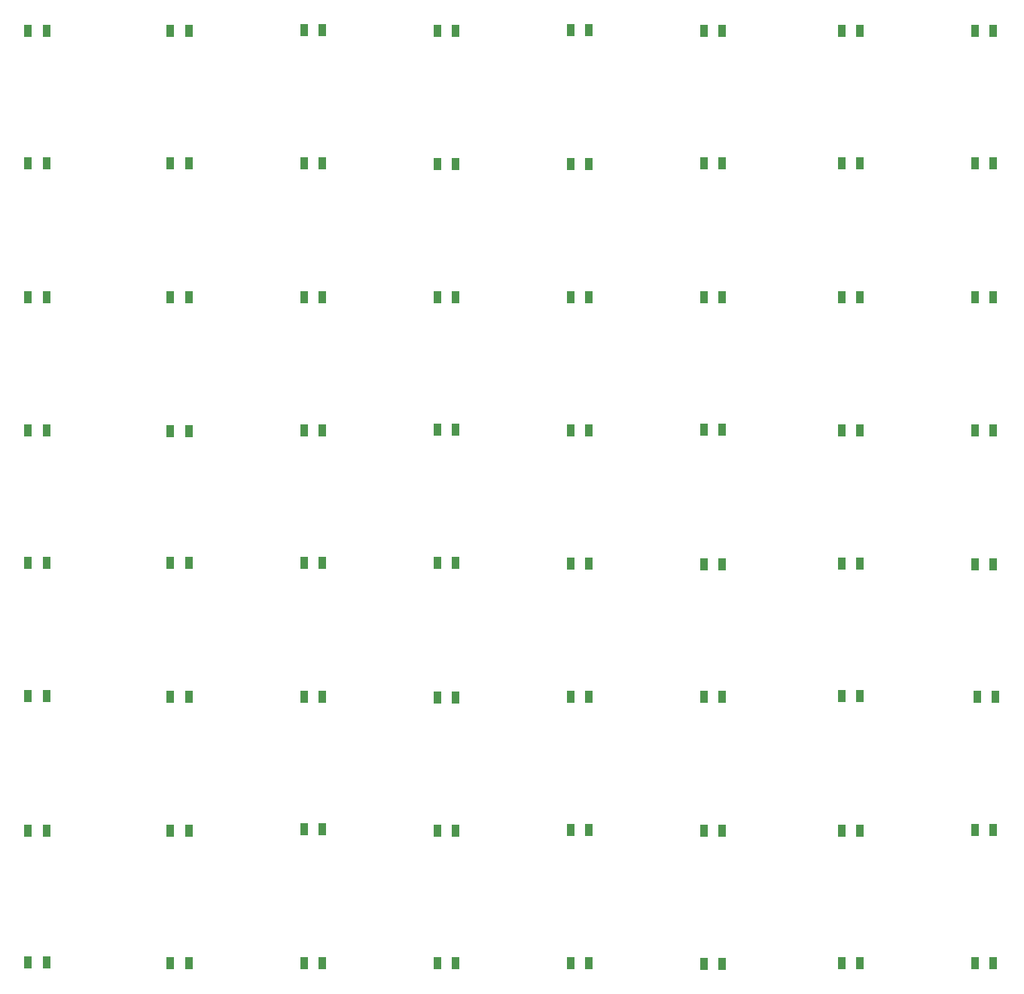
<source format=gbp>
G04*
G04 #@! TF.GenerationSoftware,Altium Limited,Altium Designer,20.1.7 (139)*
G04*
G04 Layer_Color=128*
%FSLAX44Y44*%
%MOMM*%
G71*
G04*
G04 #@! TF.SameCoordinates,EFB5D3D7-55B5-4037-8E01-90247DCDA2F6*
G04*
G04*
G04 #@! TF.FilePolarity,Positive*
G04*
G01*
G75*
%ADD47R,0.8500X1.4000*%
D47*
X1022750Y300000D02*
D03*
X1002250D02*
D03*
X715250Y1049250D02*
D03*
X694750D02*
D03*
X244750Y0D02*
D03*
X265250D02*
D03*
X999750D02*
D03*
X1020250D02*
D03*
X-65250Y1000D02*
D03*
X-44750D02*
D03*
X94750Y0D02*
D03*
X115250D02*
D03*
X394750D02*
D03*
X415250D02*
D03*
X544750D02*
D03*
X565250D02*
D03*
X694750Y-750D02*
D03*
X715250D02*
D03*
X849750Y0D02*
D03*
X870250D02*
D03*
X94750Y149750D02*
D03*
X115250D02*
D03*
X849750Y149250D02*
D03*
X870250D02*
D03*
X244750Y151000D02*
D03*
X265250D02*
D03*
X394750Y149750D02*
D03*
X415250D02*
D03*
X544750Y150500D02*
D03*
X565250D02*
D03*
X694750Y149250D02*
D03*
X715250D02*
D03*
X-65250Y149750D02*
D03*
X-44750D02*
D03*
X999750Y150250D02*
D03*
X1020250D02*
D03*
X-65250Y300500D02*
D03*
X-44750D02*
D03*
X94750Y300000D02*
D03*
X115250D02*
D03*
X244750D02*
D03*
X265250D02*
D03*
X394750Y299000D02*
D03*
X415250D02*
D03*
X544750Y300000D02*
D03*
X565250D02*
D03*
X694750D02*
D03*
X715250D02*
D03*
X849750Y301000D02*
D03*
X870250D02*
D03*
X694750Y449000D02*
D03*
X715250D02*
D03*
X94750Y450750D02*
D03*
X115250D02*
D03*
X394750D02*
D03*
X415250D02*
D03*
X849750Y449750D02*
D03*
X870250D02*
D03*
X999750Y449000D02*
D03*
X1020250D02*
D03*
X-65250Y450750D02*
D03*
X-44750D02*
D03*
X244750D02*
D03*
X265250D02*
D03*
X544750Y449750D02*
D03*
X565250D02*
D03*
X-65250Y599750D02*
D03*
X-44750D02*
D03*
X94750Y598750D02*
D03*
X115250D02*
D03*
X244750Y599750D02*
D03*
X265250D02*
D03*
X394750Y600500D02*
D03*
X415250D02*
D03*
X544750Y599750D02*
D03*
X565250D02*
D03*
X694750Y600500D02*
D03*
X715250D02*
D03*
X849750Y599750D02*
D03*
X870250D02*
D03*
X999750D02*
D03*
X1020250D02*
D03*
X694750Y750000D02*
D03*
X715250D02*
D03*
X94750D02*
D03*
X115250D02*
D03*
X244750Y749500D02*
D03*
X265250D02*
D03*
X394750Y749750D02*
D03*
X415250D02*
D03*
X544750Y750000D02*
D03*
X565250D02*
D03*
X849750Y749500D02*
D03*
X870250D02*
D03*
X999750Y750000D02*
D03*
X1020250D02*
D03*
X-65250Y749500D02*
D03*
X-44750D02*
D03*
X-65250Y900250D02*
D03*
X-44750D02*
D03*
X244750D02*
D03*
X265250D02*
D03*
X394750Y899250D02*
D03*
X415250D02*
D03*
X94750Y900250D02*
D03*
X115250D02*
D03*
X544750Y899250D02*
D03*
X565250D02*
D03*
X694750Y900000D02*
D03*
X715250D02*
D03*
X849750Y900250D02*
D03*
X870250D02*
D03*
X999750D02*
D03*
X1020250D02*
D03*
X-65250Y1049500D02*
D03*
X-44750D02*
D03*
X94750D02*
D03*
X115250D02*
D03*
X244750Y1050000D02*
D03*
X265250D02*
D03*
X394750Y1049750D02*
D03*
X415250D02*
D03*
X544750Y1050250D02*
D03*
X565250D02*
D03*
X849750Y1049000D02*
D03*
X870250D02*
D03*
X999750D02*
D03*
X1020250D02*
D03*
M02*

</source>
